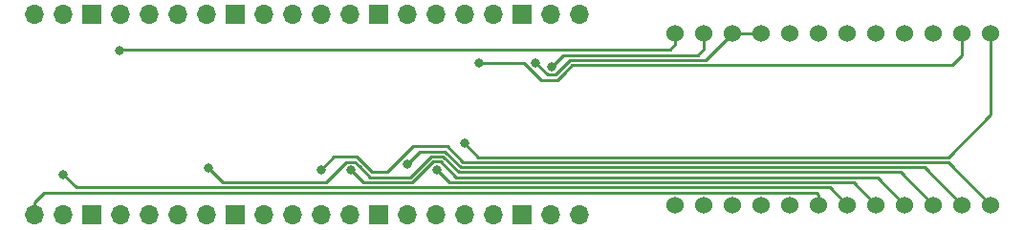
<source format=gbr>
G04 #@! TF.GenerationSoftware,KiCad,Pcbnew,(5.1.6-0-10_14)*
G04 #@! TF.CreationDate,2022-05-05T21:05:38+09:00*
G04 #@! TF.ProjectId,cool640x2,636f6f6c-3634-4307-9832-2e6b69636164,rev?*
G04 #@! TF.SameCoordinates,Original*
G04 #@! TF.FileFunction,Copper,L1,Top*
G04 #@! TF.FilePolarity,Positive*
%FSLAX46Y46*%
G04 Gerber Fmt 4.6, Leading zero omitted, Abs format (unit mm)*
G04 Created by KiCad (PCBNEW (5.1.6-0-10_14)) date 2022-05-05 21:05:38*
%MOMM*%
%LPD*%
G01*
G04 APERTURE LIST*
G04 #@! TA.AperFunction,ComponentPad*
%ADD10O,1.700000X1.700000*%
G04 #@! TD*
G04 #@! TA.AperFunction,ComponentPad*
%ADD11R,1.700000X1.700000*%
G04 #@! TD*
G04 #@! TA.AperFunction,ComponentPad*
%ADD12C,1.524000*%
G04 #@! TD*
G04 #@! TA.AperFunction,ViaPad*
%ADD13C,0.800000*%
G04 #@! TD*
G04 #@! TA.AperFunction,Conductor*
%ADD14C,0.250000*%
G04 #@! TD*
G04 APERTURE END LIST*
D10*
X112830000Y-82180000D03*
X110290000Y-82180000D03*
D11*
X107750000Y-82180000D03*
D10*
X105210000Y-82180000D03*
X102670000Y-82180000D03*
X100130000Y-82180000D03*
X97590000Y-82180000D03*
D11*
X95050000Y-82180000D03*
D10*
X92510000Y-82180000D03*
X89970000Y-82180000D03*
X87430000Y-82180000D03*
X84890000Y-82180000D03*
D11*
X82350000Y-82180000D03*
D10*
X79810000Y-82180000D03*
X77270000Y-82180000D03*
X74730000Y-82180000D03*
X72190000Y-82180000D03*
D11*
X69650000Y-82180000D03*
D10*
X67110000Y-82180000D03*
X64570000Y-82180000D03*
X64570000Y-99960000D03*
X67110000Y-99960000D03*
D11*
X69650000Y-99960000D03*
D10*
X72190000Y-99960000D03*
X74730000Y-99960000D03*
X77270000Y-99960000D03*
X79810000Y-99960000D03*
D11*
X82350000Y-99960000D03*
D10*
X84890000Y-99960000D03*
X87430000Y-99960000D03*
X89970000Y-99960000D03*
X92510000Y-99960000D03*
D11*
X95050000Y-99960000D03*
D10*
X97590000Y-99960000D03*
X100130000Y-99960000D03*
X102670000Y-99960000D03*
X105210000Y-99960000D03*
D11*
X107750000Y-99960000D03*
D10*
X110290000Y-99960000D03*
X112830000Y-99960000D03*
D12*
X121362000Y-99058600D03*
X123902000Y-99058600D03*
X126442000Y-99058600D03*
X128982000Y-99058600D03*
X131522000Y-99058600D03*
X134062000Y-99058600D03*
X136602000Y-99058600D03*
X139142000Y-99058600D03*
X141682000Y-99058600D03*
X144222000Y-99058600D03*
X146762000Y-99058600D03*
X149302000Y-99058600D03*
X149302000Y-83838600D03*
X146762000Y-83838600D03*
X144222000Y-83838600D03*
X141682000Y-83838600D03*
X139142000Y-83838600D03*
X136602000Y-83838600D03*
X134062000Y-83838600D03*
X131522000Y-83838600D03*
X128982000Y-83838600D03*
X126442000Y-83838600D03*
X123902000Y-83838600D03*
X121362000Y-83838600D03*
D13*
X102670000Y-93570000D03*
X104010000Y-86490000D03*
X92630000Y-95970000D03*
X100250000Y-95960000D03*
X67180000Y-96380000D03*
X79980000Y-95760000D03*
X89970000Y-95950000D03*
X109010000Y-86460000D03*
X110390000Y-86790000D03*
X72170000Y-85380000D03*
X97630000Y-95470000D03*
D14*
X149302000Y-91029529D02*
X149302000Y-83838600D01*
X145510000Y-94821529D02*
X149302000Y-91029529D01*
X103921529Y-94821529D02*
X145510000Y-94821529D01*
X102670000Y-93570000D02*
X103921529Y-94821529D01*
X146762000Y-85778000D02*
X146762000Y-83838600D01*
X145869970Y-86670030D02*
X146762000Y-85778000D01*
X114180030Y-86670030D02*
X112216420Y-86670030D01*
X113909970Y-86670030D02*
X114180030Y-86670030D01*
X114180030Y-86670030D02*
X145869970Y-86670030D01*
X110924401Y-87965011D02*
X109535011Y-87965011D01*
X111565010Y-87324402D02*
X110924401Y-87965011D01*
X111565011Y-87321439D02*
X111565010Y-87324402D01*
X112216420Y-86670030D02*
X111565011Y-87321439D01*
X109442009Y-87965011D02*
X107986998Y-86510000D01*
X109535011Y-87965011D02*
X109442009Y-87965011D01*
X104030000Y-86510000D02*
X104010000Y-86490000D01*
X107986998Y-86510000D02*
X104030000Y-86510000D01*
X141682000Y-99058600D02*
X139244969Y-96621569D01*
X99901999Y-95234999D02*
X98065419Y-97071579D01*
X100598001Y-95234999D02*
X99901999Y-95234999D01*
X101984571Y-96621569D02*
X100598001Y-95234999D01*
X139244969Y-96621569D02*
X101984571Y-96621569D01*
X93731579Y-97071579D02*
X92630000Y-95970000D01*
X98065419Y-97071579D02*
X93731579Y-97071579D01*
X139142000Y-99058600D02*
X137154979Y-97071579D01*
X101361579Y-97071579D02*
X100250000Y-95960000D01*
X137154979Y-97071579D02*
X101361579Y-97071579D01*
X134062000Y-99058600D02*
X134062000Y-98182000D01*
X133851599Y-97971599D02*
X65438401Y-97971599D01*
X134062000Y-98182000D02*
X133851599Y-97971599D01*
X64570000Y-98840000D02*
X64570000Y-99960000D01*
X65438401Y-97971599D02*
X64570000Y-98840000D01*
X136602000Y-99058600D02*
X135064989Y-97521589D01*
X68321589Y-97521589D02*
X67180000Y-96380000D01*
X135064989Y-97521589D02*
X68321589Y-97521589D01*
X100784401Y-94784989D02*
X102170971Y-96171559D01*
X99715598Y-94784990D02*
X100784401Y-94784989D01*
X97879019Y-96621569D02*
X99715598Y-94784990D01*
X94338431Y-96621569D02*
X97879019Y-96621569D01*
X93355001Y-95638139D02*
X94338431Y-96621569D01*
X93355001Y-95621999D02*
X93355001Y-95638139D01*
X92978001Y-95244999D02*
X93355001Y-95621999D01*
X92225001Y-95244999D02*
X92978001Y-95244999D01*
X141334959Y-96171559D02*
X144222000Y-99058600D01*
X90398421Y-97071579D02*
X92225001Y-95244999D01*
X81291579Y-97071579D02*
X90398421Y-97071579D01*
X102170971Y-96171559D02*
X141334959Y-96171559D01*
X79980000Y-95760000D02*
X81291579Y-97071579D01*
X149302000Y-99058600D02*
X145514939Y-95271539D01*
X145514939Y-95271539D02*
X110866400Y-95271539D01*
X110866400Y-95271539D02*
X102543769Y-95271539D01*
X98142028Y-93884970D02*
X95855439Y-96171559D01*
X101157200Y-93884970D02*
X98142028Y-93884970D01*
X102543769Y-95271539D02*
X101157200Y-93884970D01*
X95855439Y-96171559D02*
X94524831Y-96171559D01*
X94524831Y-96155419D02*
X93164401Y-94794989D01*
X91125011Y-94794989D02*
X89970000Y-95950000D01*
X93164401Y-94794989D02*
X91125011Y-94794989D01*
X94524831Y-96171559D02*
X94524831Y-96155419D01*
X128982000Y-83838600D02*
X126442000Y-83838600D01*
X124060580Y-86220020D02*
X126442000Y-83838600D01*
X111115001Y-87138001D02*
X111115001Y-87135039D01*
X112030020Y-86220020D02*
X124060580Y-86220020D01*
X110738001Y-87515001D02*
X111115001Y-87138001D01*
X111115001Y-87135039D02*
X112030020Y-86220020D01*
X110065001Y-87515001D02*
X110738001Y-87515001D01*
X109010000Y-86460000D02*
X110065001Y-87515001D01*
X123902000Y-83838600D02*
X123902000Y-85218000D01*
X123902000Y-85218000D02*
X123349990Y-85770010D01*
X123349990Y-85770010D02*
X121056400Y-85770010D01*
X121056400Y-85770010D02*
X111399990Y-85770010D01*
X110390000Y-86780000D02*
X110390000Y-86790000D01*
X111399990Y-85770010D02*
X110390000Y-86780000D01*
X121362000Y-83838600D02*
X121362000Y-84828000D01*
X121362000Y-84828000D02*
X120870000Y-85320000D01*
X120870000Y-85320000D02*
X72390000Y-85320000D01*
X72330000Y-85380000D02*
X72170000Y-85380000D01*
X72390000Y-85320000D02*
X72330000Y-85380000D01*
X146762000Y-99058600D02*
X143424949Y-95721549D01*
X143424949Y-95721549D02*
X141521359Y-95721549D01*
X141521359Y-95721549D02*
X119051549Y-95721549D01*
X119051549Y-95721549D02*
X110680000Y-95721549D01*
X102357371Y-95721549D02*
X100970800Y-94334980D01*
X110680000Y-95721549D02*
X102357371Y-95721549D01*
X98765020Y-94334980D02*
X97630000Y-95470000D01*
X100970800Y-94334980D02*
X98765020Y-94334980D01*
M02*

</source>
